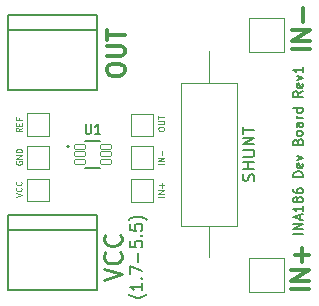
<source format=gto>
G04 #@! TF.GenerationSoftware,KiCad,Pcbnew,(6.0.7)*
G04 #@! TF.CreationDate,2022-10-05T19:21:38-05:00*
G04 #@! TF.ProjectId,INA186_Breakout,494e4131-3836-45f4-9272-65616b6f7574,rev?*
G04 #@! TF.SameCoordinates,Original*
G04 #@! TF.FileFunction,Legend,Top*
G04 #@! TF.FilePolarity,Positive*
%FSLAX46Y46*%
G04 Gerber Fmt 4.6, Leading zero omitted, Abs format (unit mm)*
G04 Created by KiCad (PCBNEW (6.0.7)) date 2022-10-05 19:21:38*
%MOMM*%
%LPD*%
G01*
G04 APERTURE LIST*
G04 Aperture macros list*
%AMRoundRect*
0 Rectangle with rounded corners*
0 $1 Rounding radius*
0 $2 $3 $4 $5 $6 $7 $8 $9 X,Y pos of 4 corners*
0 Add a 4 corners polygon primitive as box body*
4,1,4,$2,$3,$4,$5,$6,$7,$8,$9,$2,$3,0*
0 Add four circle primitives for the rounded corners*
1,1,$1+$1,$2,$3*
1,1,$1+$1,$4,$5*
1,1,$1+$1,$6,$7*
1,1,$1+$1,$8,$9*
0 Add four rect primitives between the rounded corners*
20,1,$1+$1,$2,$3,$4,$5,0*
20,1,$1+$1,$4,$5,$6,$7,0*
20,1,$1+$1,$6,$7,$8,$9,0*
20,1,$1+$1,$8,$9,$2,$3,0*%
G04 Aperture macros list end*
%ADD10C,0.125000*%
%ADD11C,0.250000*%
%ADD12C,0.300000*%
%ADD13C,0.200000*%
%ADD14C,0.150000*%
%ADD15C,0.120000*%
%ADD16C,0.127000*%
%ADD17C,2.600000*%
%ADD18C,2.400000*%
%ADD19O,2.400000X2.400000*%
%ADD20C,1.400000*%
%ADD21C,1.524000*%
%ADD22RoundRect,0.020000X-0.430000X-0.180000X0.430000X-0.180000X0.430000X0.180000X-0.430000X0.180000X0*%
G04 APERTURE END LIST*
D10*
X65504190Y-38163428D02*
X65004190Y-38163428D01*
X65504190Y-37925333D02*
X65004190Y-37925333D01*
X65504190Y-37639619D01*
X65004190Y-37639619D01*
X65313714Y-37401523D02*
X65313714Y-37020571D01*
X65504190Y-37211047D02*
X65123238Y-37211047D01*
D11*
X60417971Y-45256200D02*
X61917971Y-44756200D01*
X60417971Y-44256200D01*
X61775114Y-42899057D02*
X61846542Y-42970485D01*
X61917971Y-43184771D01*
X61917971Y-43327628D01*
X61846542Y-43541914D01*
X61703685Y-43684771D01*
X61560828Y-43756200D01*
X61275114Y-43827628D01*
X61060828Y-43827628D01*
X60775114Y-43756200D01*
X60632257Y-43684771D01*
X60489400Y-43541914D01*
X60417971Y-43327628D01*
X60417971Y-43184771D01*
X60489400Y-42970485D01*
X60560828Y-42899057D01*
X61775114Y-41399057D02*
X61846542Y-41470485D01*
X61917971Y-41684771D01*
X61917971Y-41827628D01*
X61846542Y-42041914D01*
X61703685Y-42184771D01*
X61560828Y-42256200D01*
X61275114Y-42327628D01*
X61060828Y-42327628D01*
X60775114Y-42256200D01*
X60632257Y-42184771D01*
X60489400Y-42041914D01*
X60417971Y-41827628D01*
X60417971Y-41684771D01*
X60489400Y-41470485D01*
X60560828Y-41399057D01*
D12*
X77767571Y-45986485D02*
X76267571Y-45986485D01*
X77767571Y-45272200D02*
X76267571Y-45272200D01*
X77767571Y-44415057D01*
X76267571Y-44415057D01*
X77196142Y-43700771D02*
X77196142Y-42557914D01*
X77767571Y-43129342D02*
X76624714Y-43129342D01*
D10*
X65029590Y-32478600D02*
X65029590Y-32383361D01*
X65053400Y-32335742D01*
X65101019Y-32288123D01*
X65196257Y-32264314D01*
X65362923Y-32264314D01*
X65458161Y-32288123D01*
X65505780Y-32335742D01*
X65529590Y-32383361D01*
X65529590Y-32478600D01*
X65505780Y-32526219D01*
X65458161Y-32573838D01*
X65362923Y-32597647D01*
X65196257Y-32597647D01*
X65101019Y-32573838D01*
X65053400Y-32526219D01*
X65029590Y-32478600D01*
X65029590Y-32050028D02*
X65434352Y-32050028D01*
X65481971Y-32026219D01*
X65505780Y-32002409D01*
X65529590Y-31954790D01*
X65529590Y-31859552D01*
X65505780Y-31811933D01*
X65481971Y-31788123D01*
X65434352Y-31764314D01*
X65029590Y-31764314D01*
X65029590Y-31597647D02*
X65029590Y-31311933D01*
X65529590Y-31454790D02*
X65029590Y-31454790D01*
D12*
X77843771Y-25666485D02*
X76343771Y-25666485D01*
X77843771Y-24952200D02*
X76343771Y-24952200D01*
X77843771Y-24095057D01*
X76343771Y-24095057D01*
X77272342Y-23380771D02*
X77272342Y-22237914D01*
D10*
X65504190Y-35420228D02*
X65004190Y-35420228D01*
X65504190Y-35182133D02*
X65004190Y-35182133D01*
X65504190Y-34896419D01*
X65004190Y-34896419D01*
X65313714Y-34658323D02*
X65313714Y-34277371D01*
X53464590Y-32365914D02*
X53226495Y-32532580D01*
X53464590Y-32651628D02*
X52964590Y-32651628D01*
X52964590Y-32461152D01*
X52988400Y-32413533D01*
X53012209Y-32389723D01*
X53059828Y-32365914D01*
X53131257Y-32365914D01*
X53178876Y-32389723D01*
X53202685Y-32413533D01*
X53226495Y-32461152D01*
X53226495Y-32651628D01*
X53202685Y-32151628D02*
X53202685Y-31984961D01*
X53464590Y-31913533D02*
X53464590Y-32151628D01*
X52964590Y-32151628D01*
X52964590Y-31913533D01*
X53202685Y-31532580D02*
X53202685Y-31699247D01*
X53464590Y-31699247D02*
X52964590Y-31699247D01*
X52964590Y-31461152D01*
D13*
X77273104Y-41293171D02*
X76473104Y-41293171D01*
X77273104Y-40912219D02*
X76473104Y-40912219D01*
X77273104Y-40455076D01*
X76473104Y-40455076D01*
X77044533Y-40112219D02*
X77044533Y-39731266D01*
X77273104Y-40188409D02*
X76473104Y-39921742D01*
X77273104Y-39655076D01*
X77273104Y-38969361D02*
X77273104Y-39426504D01*
X77273104Y-39197933D02*
X76473104Y-39197933D01*
X76587390Y-39274123D01*
X76663580Y-39350314D01*
X76701676Y-39426504D01*
X76815961Y-38512219D02*
X76777866Y-38588409D01*
X76739771Y-38626504D01*
X76663580Y-38664600D01*
X76625485Y-38664600D01*
X76549295Y-38626504D01*
X76511200Y-38588409D01*
X76473104Y-38512219D01*
X76473104Y-38359838D01*
X76511200Y-38283647D01*
X76549295Y-38245552D01*
X76625485Y-38207457D01*
X76663580Y-38207457D01*
X76739771Y-38245552D01*
X76777866Y-38283647D01*
X76815961Y-38359838D01*
X76815961Y-38512219D01*
X76854057Y-38588409D01*
X76892152Y-38626504D01*
X76968342Y-38664600D01*
X77120723Y-38664600D01*
X77196914Y-38626504D01*
X77235009Y-38588409D01*
X77273104Y-38512219D01*
X77273104Y-38359838D01*
X77235009Y-38283647D01*
X77196914Y-38245552D01*
X77120723Y-38207457D01*
X76968342Y-38207457D01*
X76892152Y-38245552D01*
X76854057Y-38283647D01*
X76815961Y-38359838D01*
X76473104Y-37521742D02*
X76473104Y-37674123D01*
X76511200Y-37750314D01*
X76549295Y-37788409D01*
X76663580Y-37864600D01*
X76815961Y-37902695D01*
X77120723Y-37902695D01*
X77196914Y-37864600D01*
X77235009Y-37826504D01*
X77273104Y-37750314D01*
X77273104Y-37597933D01*
X77235009Y-37521742D01*
X77196914Y-37483647D01*
X77120723Y-37445552D01*
X76930247Y-37445552D01*
X76854057Y-37483647D01*
X76815961Y-37521742D01*
X76777866Y-37597933D01*
X76777866Y-37750314D01*
X76815961Y-37826504D01*
X76854057Y-37864600D01*
X76930247Y-37902695D01*
X77273104Y-36493171D02*
X76473104Y-36493171D01*
X76473104Y-36302695D01*
X76511200Y-36188409D01*
X76587390Y-36112219D01*
X76663580Y-36074123D01*
X76815961Y-36036028D01*
X76930247Y-36036028D01*
X77082628Y-36074123D01*
X77158819Y-36112219D01*
X77235009Y-36188409D01*
X77273104Y-36302695D01*
X77273104Y-36493171D01*
X77235009Y-35388409D02*
X77273104Y-35464600D01*
X77273104Y-35616980D01*
X77235009Y-35693171D01*
X77158819Y-35731266D01*
X76854057Y-35731266D01*
X76777866Y-35693171D01*
X76739771Y-35616980D01*
X76739771Y-35464600D01*
X76777866Y-35388409D01*
X76854057Y-35350314D01*
X76930247Y-35350314D01*
X77006438Y-35731266D01*
X76739771Y-35083647D02*
X77273104Y-34893171D01*
X76739771Y-34702695D01*
X76854057Y-33521742D02*
X76892152Y-33407457D01*
X76930247Y-33369361D01*
X77006438Y-33331266D01*
X77120723Y-33331266D01*
X77196914Y-33369361D01*
X77235009Y-33407457D01*
X77273104Y-33483647D01*
X77273104Y-33788409D01*
X76473104Y-33788409D01*
X76473104Y-33521742D01*
X76511200Y-33445552D01*
X76549295Y-33407457D01*
X76625485Y-33369361D01*
X76701676Y-33369361D01*
X76777866Y-33407457D01*
X76815961Y-33445552D01*
X76854057Y-33521742D01*
X76854057Y-33788409D01*
X77273104Y-32874123D02*
X77235009Y-32950314D01*
X77196914Y-32988409D01*
X77120723Y-33026504D01*
X76892152Y-33026504D01*
X76815961Y-32988409D01*
X76777866Y-32950314D01*
X76739771Y-32874123D01*
X76739771Y-32759838D01*
X76777866Y-32683647D01*
X76815961Y-32645552D01*
X76892152Y-32607457D01*
X77120723Y-32607457D01*
X77196914Y-32645552D01*
X77235009Y-32683647D01*
X77273104Y-32759838D01*
X77273104Y-32874123D01*
X77273104Y-31921742D02*
X76854057Y-31921742D01*
X76777866Y-31959838D01*
X76739771Y-32036028D01*
X76739771Y-32188409D01*
X76777866Y-32264600D01*
X77235009Y-31921742D02*
X77273104Y-31997933D01*
X77273104Y-32188409D01*
X77235009Y-32264600D01*
X77158819Y-32302695D01*
X77082628Y-32302695D01*
X77006438Y-32264600D01*
X76968342Y-32188409D01*
X76968342Y-31997933D01*
X76930247Y-31921742D01*
X77273104Y-31540790D02*
X76739771Y-31540790D01*
X76892152Y-31540790D02*
X76815961Y-31502695D01*
X76777866Y-31464600D01*
X76739771Y-31388409D01*
X76739771Y-31312219D01*
X77273104Y-30702695D02*
X76473104Y-30702695D01*
X77235009Y-30702695D02*
X77273104Y-30778885D01*
X77273104Y-30931266D01*
X77235009Y-31007457D01*
X77196914Y-31045552D01*
X77120723Y-31083647D01*
X76892152Y-31083647D01*
X76815961Y-31045552D01*
X76777866Y-31007457D01*
X76739771Y-30931266D01*
X76739771Y-30778885D01*
X76777866Y-30702695D01*
X77273104Y-29255076D02*
X76892152Y-29521742D01*
X77273104Y-29712219D02*
X76473104Y-29712219D01*
X76473104Y-29407457D01*
X76511200Y-29331266D01*
X76549295Y-29293171D01*
X76625485Y-29255076D01*
X76739771Y-29255076D01*
X76815961Y-29293171D01*
X76854057Y-29331266D01*
X76892152Y-29407457D01*
X76892152Y-29712219D01*
X77235009Y-28607457D02*
X77273104Y-28683647D01*
X77273104Y-28836028D01*
X77235009Y-28912219D01*
X77158819Y-28950314D01*
X76854057Y-28950314D01*
X76777866Y-28912219D01*
X76739771Y-28836028D01*
X76739771Y-28683647D01*
X76777866Y-28607457D01*
X76854057Y-28569361D01*
X76930247Y-28569361D01*
X77006438Y-28950314D01*
X76739771Y-28302695D02*
X77273104Y-28112219D01*
X76739771Y-27921742D01*
X77273104Y-27197933D02*
X77273104Y-27655076D01*
X77273104Y-27426504D02*
X76473104Y-27426504D01*
X76587390Y-27502695D01*
X76663580Y-27578885D01*
X76701676Y-27655076D01*
D12*
X60671971Y-27560400D02*
X60671971Y-27274685D01*
X60743400Y-27131828D01*
X60886257Y-26988971D01*
X61171971Y-26917542D01*
X61671971Y-26917542D01*
X61957685Y-26988971D01*
X62100542Y-27131828D01*
X62171971Y-27274685D01*
X62171971Y-27560400D01*
X62100542Y-27703257D01*
X61957685Y-27846114D01*
X61671971Y-27917542D01*
X61171971Y-27917542D01*
X60886257Y-27846114D01*
X60743400Y-27703257D01*
X60671971Y-27560400D01*
X60671971Y-26274685D02*
X61886257Y-26274685D01*
X62029114Y-26203257D01*
X62100542Y-26131828D01*
X62171971Y-25988971D01*
X62171971Y-25703257D01*
X62100542Y-25560400D01*
X62029114Y-25488971D01*
X61886257Y-25417542D01*
X60671971Y-25417542D01*
X60671971Y-24917542D02*
X60671971Y-24060400D01*
X62171971Y-24488971D02*
X60671971Y-24488971D01*
D13*
X64053933Y-46424457D02*
X64006314Y-46472076D01*
X63863457Y-46567314D01*
X63768219Y-46614933D01*
X63625361Y-46662552D01*
X63387266Y-46710171D01*
X63196790Y-46710171D01*
X62958695Y-46662552D01*
X62815838Y-46614933D01*
X62720600Y-46567314D01*
X62577742Y-46472076D01*
X62530123Y-46424457D01*
X63672980Y-45519695D02*
X63672980Y-46091123D01*
X63672980Y-45805409D02*
X62672980Y-45805409D01*
X62815838Y-45900647D01*
X62911076Y-45995885D01*
X62958695Y-46091123D01*
X63577742Y-45091123D02*
X63625361Y-45043504D01*
X63672980Y-45091123D01*
X63625361Y-45138742D01*
X63577742Y-45091123D01*
X63672980Y-45091123D01*
X62672980Y-44710171D02*
X62672980Y-44043504D01*
X63672980Y-44472076D01*
X63292028Y-43662552D02*
X63292028Y-42900647D01*
X62672980Y-41948266D02*
X62672980Y-42424457D01*
X63149171Y-42472076D01*
X63101552Y-42424457D01*
X63053933Y-42329219D01*
X63053933Y-42091123D01*
X63101552Y-41995885D01*
X63149171Y-41948266D01*
X63244409Y-41900647D01*
X63482504Y-41900647D01*
X63577742Y-41948266D01*
X63625361Y-41995885D01*
X63672980Y-42091123D01*
X63672980Y-42329219D01*
X63625361Y-42424457D01*
X63577742Y-42472076D01*
X63577742Y-41472076D02*
X63625361Y-41424457D01*
X63672980Y-41472076D01*
X63625361Y-41519695D01*
X63577742Y-41472076D01*
X63672980Y-41472076D01*
X62672980Y-40519695D02*
X62672980Y-40995885D01*
X63149171Y-41043504D01*
X63101552Y-40995885D01*
X63053933Y-40900647D01*
X63053933Y-40662552D01*
X63101552Y-40567314D01*
X63149171Y-40519695D01*
X63244409Y-40472076D01*
X63482504Y-40472076D01*
X63577742Y-40519695D01*
X63625361Y-40567314D01*
X63672980Y-40662552D01*
X63672980Y-40900647D01*
X63625361Y-40995885D01*
X63577742Y-41043504D01*
X64053933Y-40138742D02*
X64006314Y-40091123D01*
X63863457Y-39995885D01*
X63768219Y-39948266D01*
X63625361Y-39900647D01*
X63387266Y-39853028D01*
X63196790Y-39853028D01*
X62958695Y-39900647D01*
X62815838Y-39948266D01*
X62720600Y-39995885D01*
X62577742Y-40091123D01*
X62530123Y-40138742D01*
D10*
X52964590Y-38182466D02*
X53464590Y-38015800D01*
X52964590Y-37849133D01*
X53416971Y-37396752D02*
X53440780Y-37420561D01*
X53464590Y-37491990D01*
X53464590Y-37539609D01*
X53440780Y-37611038D01*
X53393161Y-37658657D01*
X53345542Y-37682466D01*
X53250304Y-37706276D01*
X53178876Y-37706276D01*
X53083638Y-37682466D01*
X53036019Y-37658657D01*
X52988400Y-37611038D01*
X52964590Y-37539609D01*
X52964590Y-37491990D01*
X52988400Y-37420561D01*
X53012209Y-37396752D01*
X53416971Y-36896752D02*
X53440780Y-36920561D01*
X53464590Y-36991990D01*
X53464590Y-37039609D01*
X53440780Y-37111038D01*
X53393161Y-37158657D01*
X53345542Y-37182466D01*
X53250304Y-37206276D01*
X53178876Y-37206276D01*
X53083638Y-37182466D01*
X53036019Y-37158657D01*
X52988400Y-37111038D01*
X52964590Y-37039609D01*
X52964590Y-36991990D01*
X52988400Y-36920561D01*
X53012209Y-36896752D01*
X53013800Y-35178952D02*
X52989990Y-35226571D01*
X52989990Y-35298000D01*
X53013800Y-35369428D01*
X53061419Y-35417047D01*
X53109038Y-35440857D01*
X53204276Y-35464666D01*
X53275704Y-35464666D01*
X53370942Y-35440857D01*
X53418561Y-35417047D01*
X53466180Y-35369428D01*
X53489990Y-35298000D01*
X53489990Y-35250380D01*
X53466180Y-35178952D01*
X53442371Y-35155142D01*
X53275704Y-35155142D01*
X53275704Y-35250380D01*
X53489990Y-34940857D02*
X52989990Y-34940857D01*
X53489990Y-34655142D01*
X52989990Y-34655142D01*
X53489990Y-34417047D02*
X52989990Y-34417047D01*
X52989990Y-34298000D01*
X53013800Y-34226571D01*
X53061419Y-34178952D01*
X53109038Y-34155142D01*
X53204276Y-34131333D01*
X53275704Y-34131333D01*
X53370942Y-34155142D01*
X53418561Y-34178952D01*
X53466180Y-34226571D01*
X53489990Y-34298000D01*
X53489990Y-34417047D01*
D14*
X73116761Y-36832895D02*
X73164380Y-36690038D01*
X73164380Y-36451942D01*
X73116761Y-36356704D01*
X73069142Y-36309085D01*
X72973904Y-36261466D01*
X72878666Y-36261466D01*
X72783428Y-36309085D01*
X72735809Y-36356704D01*
X72688190Y-36451942D01*
X72640571Y-36642419D01*
X72592952Y-36737657D01*
X72545333Y-36785276D01*
X72450095Y-36832895D01*
X72354857Y-36832895D01*
X72259619Y-36785276D01*
X72212000Y-36737657D01*
X72164380Y-36642419D01*
X72164380Y-36404323D01*
X72212000Y-36261466D01*
X73164380Y-35832895D02*
X72164380Y-35832895D01*
X72640571Y-35832895D02*
X72640571Y-35261466D01*
X73164380Y-35261466D02*
X72164380Y-35261466D01*
X72164380Y-34785276D02*
X72973904Y-34785276D01*
X73069142Y-34737657D01*
X73116761Y-34690038D01*
X73164380Y-34594800D01*
X73164380Y-34404323D01*
X73116761Y-34309085D01*
X73069142Y-34261466D01*
X72973904Y-34213847D01*
X72164380Y-34213847D01*
X73164380Y-33737657D02*
X72164380Y-33737657D01*
X73164380Y-33166228D01*
X72164380Y-33166228D01*
X72164380Y-32832895D02*
X72164380Y-32261466D01*
X73164380Y-32547180D02*
X72164380Y-32547180D01*
D12*
D14*
X58877276Y-32026704D02*
X58877276Y-32674323D01*
X58915371Y-32750514D01*
X58953466Y-32788609D01*
X59029657Y-32826704D01*
X59182038Y-32826704D01*
X59258228Y-32788609D01*
X59296323Y-32750514D01*
X59334419Y-32674323D01*
X59334419Y-32026704D01*
X60134419Y-32826704D02*
X59677276Y-32826704D01*
X59905847Y-32826704D02*
X59905847Y-32026704D01*
X59829657Y-32140990D01*
X59753466Y-32217180D01*
X59677276Y-32255276D01*
D15*
X72693400Y-43354800D02*
X75693400Y-43354800D01*
X72693400Y-46204800D02*
X75693400Y-46204800D01*
X72693400Y-43354800D02*
X72693400Y-46204800D01*
X75693400Y-43354800D02*
X75693400Y-46204800D01*
X71712000Y-28524800D02*
X66972000Y-28524800D01*
X66972000Y-40664800D02*
X71712000Y-40664800D01*
X69342000Y-43314800D02*
X69342000Y-40664800D01*
X71712000Y-40664800D02*
X71712000Y-28524800D01*
X69342000Y-25874800D02*
X69342000Y-28524800D01*
X66972000Y-28524800D02*
X66972000Y-40664800D01*
X72693400Y-25884800D02*
X75693400Y-25884800D01*
X72693400Y-23034800D02*
X72693400Y-25884800D01*
X72693400Y-23034800D02*
X75693400Y-23034800D01*
X75693400Y-23034800D02*
X75693400Y-25884800D01*
X64603200Y-33974200D02*
X64603200Y-33924200D01*
X64603200Y-35824200D02*
X64603200Y-33974200D01*
X62753200Y-33924200D02*
X62753200Y-35824200D01*
X62753200Y-35824200D02*
X64603200Y-35824200D01*
X64603200Y-33924200D02*
X62753200Y-33924200D01*
X53939400Y-31130200D02*
X53939400Y-33030200D01*
X55789400Y-31180200D02*
X55789400Y-31130200D01*
X53939400Y-33030200D02*
X55789400Y-33030200D01*
X55789400Y-31130200D02*
X53939400Y-31130200D01*
X55789400Y-33030200D02*
X55789400Y-31180200D01*
X53939400Y-35798800D02*
X55789400Y-35798800D01*
X55789400Y-33898800D02*
X53939400Y-33898800D01*
X55789400Y-33948800D02*
X55789400Y-33898800D01*
X53939400Y-33898800D02*
X53939400Y-35798800D01*
X55789400Y-35798800D02*
X55789400Y-33948800D01*
X53939400Y-36667400D02*
X53939400Y-38567400D01*
X55789400Y-36667400D02*
X53939400Y-36667400D01*
X55789400Y-36717400D02*
X55789400Y-36667400D01*
X53939400Y-38567400D02*
X55789400Y-38567400D01*
X55789400Y-38567400D02*
X55789400Y-36717400D01*
D14*
X59842400Y-24028400D02*
X59842400Y-29108400D01*
X59842400Y-22758400D02*
X59842400Y-24028400D01*
X52349400Y-22758400D02*
X59842400Y-22758400D01*
X59842400Y-29108400D02*
X52349400Y-29108400D01*
X52349400Y-24028400D02*
X52349400Y-22758400D01*
X52349400Y-24028400D02*
X52349400Y-29108400D01*
X52349400Y-24028400D02*
X59842400Y-24028400D01*
X59842400Y-46101000D02*
X52349400Y-46101000D01*
X52349400Y-39751000D02*
X59842400Y-39751000D01*
X59842400Y-39751000D02*
X59842400Y-41021000D01*
X52349400Y-41021000D02*
X59842400Y-41021000D01*
X52349400Y-41021000D02*
X52349400Y-46101000D01*
X52349400Y-41021000D02*
X52349400Y-39751000D01*
X59842400Y-41021000D02*
X59842400Y-46101000D01*
D15*
X62753200Y-31155600D02*
X62753200Y-33055600D01*
X64603200Y-31205600D02*
X64603200Y-31155600D01*
X62753200Y-33055600D02*
X64603200Y-33055600D01*
X64603200Y-31155600D02*
X62753200Y-31155600D01*
X64603200Y-33055600D02*
X64603200Y-31205600D01*
X64603200Y-36742800D02*
X64603200Y-36692800D01*
X62753200Y-36692800D02*
X62753200Y-38592800D01*
X64603200Y-38592800D02*
X64603200Y-36742800D01*
X62753200Y-38592800D02*
X64603200Y-38592800D01*
X64603200Y-36692800D02*
X62753200Y-36692800D01*
D16*
X58861800Y-33424800D02*
X60111800Y-33424800D01*
X58861800Y-35764800D02*
X60111800Y-35764800D01*
D13*
X57486800Y-33919800D02*
G75*
G03*
X57486800Y-33919800I-100000J0D01*
G01*
%LPC*%
D17*
X74193400Y-44754800D03*
D18*
X69342000Y-24434800D03*
D19*
X69342000Y-44754800D03*
D17*
X74193400Y-24434800D03*
D20*
X63703200Y-34874200D03*
X54889400Y-32080200D03*
X54889400Y-34848800D03*
X54889400Y-37617400D03*
D21*
X54889400Y-26568400D03*
X57429400Y-26568400D03*
X54889400Y-43561000D03*
X57429400Y-43561000D03*
D20*
X63703200Y-32105600D03*
X63703200Y-37642800D03*
D22*
X58386800Y-33944800D03*
X58386800Y-34594800D03*
X58386800Y-35244800D03*
X60586800Y-35244800D03*
X60586800Y-34594800D03*
X60586800Y-33944800D03*
M02*

</source>
